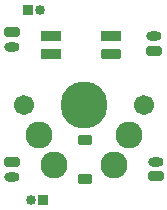
<source format=gbr>
%TF.GenerationSoftware,KiCad,Pcbnew,7.0.9*%
%TF.CreationDate,2023-12-15T15:14:35-05:00*%
%TF.ProjectId,amoebe_streamline,616d6f65-6265-45f7-9374-7265616d6c69,rev?*%
%TF.SameCoordinates,Original*%
%TF.FileFunction,Soldermask,Bot*%
%TF.FilePolarity,Negative*%
%FSLAX46Y46*%
G04 Gerber Fmt 4.6, Leading zero omitted, Abs format (unit mm)*
G04 Created by KiCad (PCBNEW 7.0.9) date 2023-12-15 15:14:35*
%MOMM*%
%LPD*%
G01*
G04 APERTURE LIST*
G04 Aperture macros list*
%AMRoundRect*
0 Rectangle with rounded corners*
0 $1 Rounding radius*
0 $2 $3 $4 $5 $6 $7 $8 $9 X,Y pos of 4 corners*
0 Add a 4 corners polygon primitive as box body*
4,1,4,$2,$3,$4,$5,$6,$7,$8,$9,$2,$3,0*
0 Add four circle primitives for the rounded corners*
1,1,$1+$1,$2,$3*
1,1,$1+$1,$4,$5*
1,1,$1+$1,$6,$7*
1,1,$1+$1,$8,$9*
0 Add four rect primitives between the rounded corners*
20,1,$1+$1,$2,$3,$4,$5,0*
20,1,$1+$1,$4,$5,$6,$7,0*
20,1,$1+$1,$6,$7,$8,$9,0*
20,1,$1+$1,$8,$9,$2,$3,0*%
G04 Aperture macros list end*
%ADD10R,0.850000X0.850000*%
%ADD11O,0.850000X0.850000*%
%ADD12C,1.701800*%
%ADD13C,3.987800*%
%ADD14C,2.286000*%
%ADD15RoundRect,0.200000X0.450000X-0.200000X0.450000X0.200000X-0.450000X0.200000X-0.450000X-0.200000X0*%
%ADD16O,1.300000X0.800000*%
%ADD17RoundRect,0.200000X-0.450000X0.200000X-0.450000X-0.200000X0.450000X-0.200000X0.450000X0.200000X0*%
%ADD18RoundRect,0.225000X0.375000X-0.225000X0.375000X0.225000X-0.375000X0.225000X-0.375000X-0.225000X0*%
%ADD19R,1.700000X0.820000*%
%ADD20RoundRect,0.205000X-0.645000X-0.205000X0.645000X-0.205000X0.645000X0.205000X-0.645000X0.205000X0*%
G04 APERTURE END LIST*
D10*
%TO.C,J5*%
X139623800Y-108356400D03*
D11*
X138623800Y-108356400D03*
%TD*%
D12*
%TO.C,S1*%
X148234400Y-100355400D03*
D13*
X143154400Y-100355400D03*
D12*
X138074400Y-100355400D03*
D14*
X146964400Y-102895400D03*
X145694400Y-105435400D03*
X140614400Y-105435400D03*
X139344400Y-102895400D03*
%TD*%
D15*
%TO.C,J3*%
X149072600Y-95707200D03*
D16*
X149072600Y-94457200D03*
%TD*%
D17*
%TO.C,J4*%
X137007600Y-105150600D03*
D16*
X137007600Y-106400600D03*
%TD*%
D15*
%TO.C,J2*%
X149201400Y-106365200D03*
D16*
X149201400Y-105115200D03*
%TD*%
D10*
%TO.C,J6*%
X138430000Y-92278200D03*
D11*
X139430000Y-92278200D03*
%TD*%
D17*
%TO.C,J1*%
X137033000Y-94152400D03*
D16*
X137033000Y-95402400D03*
%TD*%
D18*
%TO.C,D1*%
X143205200Y-106553000D03*
X143205200Y-103253000D03*
%TD*%
D19*
%TO.C,D2*%
X140335000Y-94512000D03*
X140335000Y-96012000D03*
D20*
X145435000Y-96012000D03*
D19*
X145435000Y-94512000D03*
%TD*%
M02*

</source>
